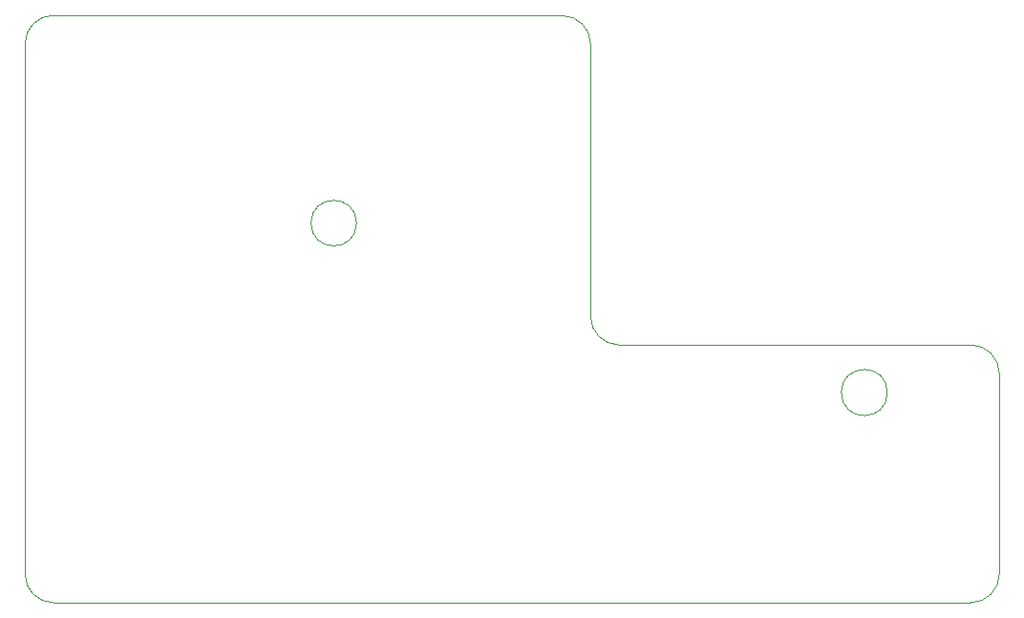
<source format=gbr>
%TF.GenerationSoftware,KiCad,Pcbnew,7.0.9*%
%TF.CreationDate,2023-12-29T21:55:34-05:00*%
%TF.ProjectId,Esp Controller,45737020-436f-46e7-9472-6f6c6c65722e,rev?*%
%TF.SameCoordinates,Original*%
%TF.FileFunction,Profile,NP*%
%FSLAX46Y46*%
G04 Gerber Fmt 4.6, Leading zero omitted, Abs format (unit mm)*
G04 Created by KiCad (PCBNEW 7.0.9) date 2023-12-29 21:55:34*
%MOMM*%
%LPD*%
G01*
G04 APERTURE LIST*
%TA.AperFunction,Profile*%
%ADD10C,0.100000*%
%TD*%
G04 APERTURE END LIST*
D10*
X176530000Y-101600000D02*
X95250000Y-101600000D01*
X179069999Y-81280000D02*
G75*
G03*
X176530000Y-78740001I-2539999J0D01*
G01*
X169155532Y-82970000D02*
G75*
G03*
X169155532Y-82970000I-2045532J0D01*
G01*
X142846051Y-52083949D02*
X142846052Y-76213949D01*
X122100396Y-67950000D02*
G75*
G03*
X122100396Y-67950000I-2020396J0D01*
G01*
X95250000Y-49530000D02*
G75*
G03*
X92710000Y-52070000I0J-2540000D01*
G01*
X142846051Y-52083949D02*
G75*
G03*
X140306051Y-49543949I-2539951J49D01*
G01*
X142846052Y-76213949D02*
G75*
G03*
X145386051Y-78753948I2539948J-51D01*
G01*
X95250000Y-49530000D02*
X140306051Y-49543949D01*
X92710000Y-52070000D02*
X92710000Y-99060000D01*
X179070000Y-99060000D02*
X179069999Y-81280000D01*
X176530000Y-101600000D02*
G75*
G03*
X179070000Y-99060000I0J2540000D01*
G01*
X145386051Y-78753948D02*
X176530000Y-78740001D01*
X92710000Y-99060000D02*
G75*
G03*
X95250000Y-101600000I2540000J0D01*
G01*
M02*

</source>
